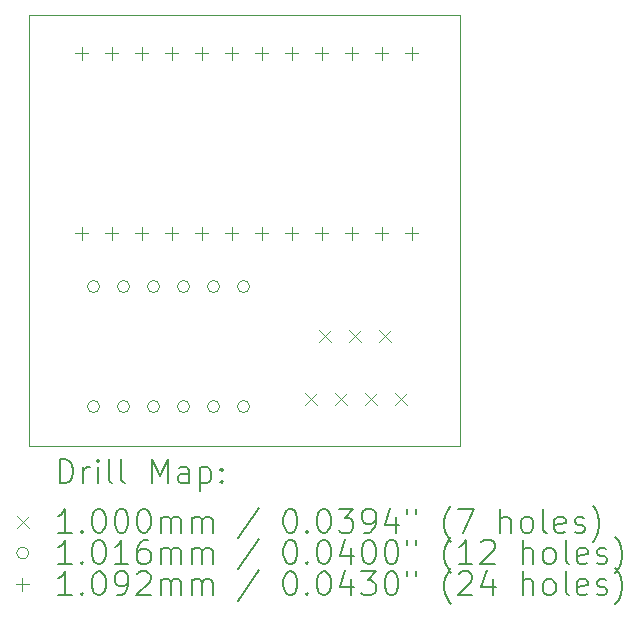
<source format=gbr>
%TF.GenerationSoftware,KiCad,Pcbnew,8.0.3*%
%TF.CreationDate,2024-07-08T22:13:50-05:00*%
%TF.ProjectId,3.3v Pro Micro,332e3376-2050-4726-9f20-4d6963726f2e,rev?*%
%TF.SameCoordinates,Original*%
%TF.FileFunction,Drillmap*%
%TF.FilePolarity,Positive*%
%FSLAX45Y45*%
G04 Gerber Fmt 4.5, Leading zero omitted, Abs format (unit mm)*
G04 Created by KiCad (PCBNEW 8.0.3) date 2024-07-08 22:13:50*
%MOMM*%
%LPD*%
G01*
G04 APERTURE LIST*
%ADD10C,0.050000*%
%ADD11C,0.200000*%
%ADD12C,0.100000*%
%ADD13C,0.101600*%
%ADD14C,0.109220*%
G04 APERTURE END LIST*
D10*
X12472000Y-7924000D02*
X16122000Y-7924000D01*
X16122000Y-11574000D01*
X12472000Y-11574000D01*
X12472000Y-7924000D01*
D11*
D12*
X14810000Y-11124000D02*
X14910000Y-11224000D01*
X14910000Y-11124000D02*
X14810000Y-11224000D01*
X14927300Y-10594750D02*
X15027300Y-10694750D01*
X15027300Y-10594750D02*
X14927300Y-10694750D01*
X15064000Y-11124000D02*
X15164000Y-11224000D01*
X15164000Y-11124000D02*
X15064000Y-11224000D01*
X15181300Y-10594750D02*
X15281300Y-10694750D01*
X15281300Y-10594750D02*
X15181300Y-10694750D01*
X15318000Y-11124000D02*
X15418000Y-11224000D01*
X15418000Y-11124000D02*
X15318000Y-11224000D01*
X15435300Y-10594750D02*
X15535300Y-10694750D01*
X15535300Y-10594750D02*
X15435300Y-10694750D01*
X15572000Y-11124000D02*
X15672000Y-11224000D01*
X15672000Y-11124000D02*
X15572000Y-11224000D01*
D13*
X13068800Y-10224000D02*
G75*
G02*
X12967200Y-10224000I-50800J0D01*
G01*
X12967200Y-10224000D02*
G75*
G02*
X13068800Y-10224000I50800J0D01*
G01*
X13068800Y-11240000D02*
G75*
G02*
X12967200Y-11240000I-50800J0D01*
G01*
X12967200Y-11240000D02*
G75*
G02*
X13068800Y-11240000I50800J0D01*
G01*
X13322800Y-10224000D02*
G75*
G02*
X13221200Y-10224000I-50800J0D01*
G01*
X13221200Y-10224000D02*
G75*
G02*
X13322800Y-10224000I50800J0D01*
G01*
X13322800Y-11240000D02*
G75*
G02*
X13221200Y-11240000I-50800J0D01*
G01*
X13221200Y-11240000D02*
G75*
G02*
X13322800Y-11240000I50800J0D01*
G01*
X13576800Y-10224000D02*
G75*
G02*
X13475200Y-10224000I-50800J0D01*
G01*
X13475200Y-10224000D02*
G75*
G02*
X13576800Y-10224000I50800J0D01*
G01*
X13576800Y-11240000D02*
G75*
G02*
X13475200Y-11240000I-50800J0D01*
G01*
X13475200Y-11240000D02*
G75*
G02*
X13576800Y-11240000I50800J0D01*
G01*
X13830800Y-10224000D02*
G75*
G02*
X13729200Y-10224000I-50800J0D01*
G01*
X13729200Y-10224000D02*
G75*
G02*
X13830800Y-10224000I50800J0D01*
G01*
X13830800Y-11240000D02*
G75*
G02*
X13729200Y-11240000I-50800J0D01*
G01*
X13729200Y-11240000D02*
G75*
G02*
X13830800Y-11240000I50800J0D01*
G01*
X14084800Y-10224000D02*
G75*
G02*
X13983200Y-10224000I-50800J0D01*
G01*
X13983200Y-10224000D02*
G75*
G02*
X14084800Y-10224000I50800J0D01*
G01*
X14084800Y-11240000D02*
G75*
G02*
X13983200Y-11240000I-50800J0D01*
G01*
X13983200Y-11240000D02*
G75*
G02*
X14084800Y-11240000I50800J0D01*
G01*
X14338800Y-10224000D02*
G75*
G02*
X14237200Y-10224000I-50800J0D01*
G01*
X14237200Y-10224000D02*
G75*
G02*
X14338800Y-10224000I50800J0D01*
G01*
X14338800Y-11240000D02*
G75*
G02*
X14237200Y-11240000I-50800J0D01*
G01*
X14237200Y-11240000D02*
G75*
G02*
X14338800Y-11240000I50800J0D01*
G01*
D14*
X12918000Y-8195390D02*
X12918000Y-8304610D01*
X12863390Y-8250000D02*
X12972610Y-8250000D01*
X12918000Y-9719390D02*
X12918000Y-9828610D01*
X12863390Y-9774000D02*
X12972610Y-9774000D01*
X13172000Y-8195390D02*
X13172000Y-8304610D01*
X13117390Y-8250000D02*
X13226610Y-8250000D01*
X13172000Y-9719390D02*
X13172000Y-9828610D01*
X13117390Y-9774000D02*
X13226610Y-9774000D01*
X13426000Y-8195390D02*
X13426000Y-8304610D01*
X13371390Y-8250000D02*
X13480610Y-8250000D01*
X13426000Y-9719390D02*
X13426000Y-9828610D01*
X13371390Y-9774000D02*
X13480610Y-9774000D01*
X13680000Y-8195390D02*
X13680000Y-8304610D01*
X13625390Y-8250000D02*
X13734610Y-8250000D01*
X13680000Y-9719390D02*
X13680000Y-9828610D01*
X13625390Y-9774000D02*
X13734610Y-9774000D01*
X13934000Y-8195390D02*
X13934000Y-8304610D01*
X13879390Y-8250000D02*
X13988610Y-8250000D01*
X13934000Y-9719390D02*
X13934000Y-9828610D01*
X13879390Y-9774000D02*
X13988610Y-9774000D01*
X14188000Y-8195390D02*
X14188000Y-8304610D01*
X14133390Y-8250000D02*
X14242610Y-8250000D01*
X14188000Y-9719390D02*
X14188000Y-9828610D01*
X14133390Y-9774000D02*
X14242610Y-9774000D01*
X14442000Y-8195390D02*
X14442000Y-8304610D01*
X14387390Y-8250000D02*
X14496610Y-8250000D01*
X14442000Y-9719390D02*
X14442000Y-9828610D01*
X14387390Y-9774000D02*
X14496610Y-9774000D01*
X14696000Y-8195390D02*
X14696000Y-8304610D01*
X14641390Y-8250000D02*
X14750610Y-8250000D01*
X14696000Y-9719390D02*
X14696000Y-9828610D01*
X14641390Y-9774000D02*
X14750610Y-9774000D01*
X14950000Y-8195390D02*
X14950000Y-8304610D01*
X14895390Y-8250000D02*
X15004610Y-8250000D01*
X14950000Y-9719390D02*
X14950000Y-9828610D01*
X14895390Y-9774000D02*
X15004610Y-9774000D01*
X15204000Y-8195390D02*
X15204000Y-8304610D01*
X15149390Y-8250000D02*
X15258610Y-8250000D01*
X15204000Y-9719390D02*
X15204000Y-9828610D01*
X15149390Y-9774000D02*
X15258610Y-9774000D01*
X15458000Y-8195390D02*
X15458000Y-8304610D01*
X15403390Y-8250000D02*
X15512610Y-8250000D01*
X15458000Y-9719390D02*
X15458000Y-9828610D01*
X15403390Y-9774000D02*
X15512610Y-9774000D01*
X15712000Y-8195390D02*
X15712000Y-8304610D01*
X15657390Y-8250000D02*
X15766610Y-8250000D01*
X15712000Y-9719390D02*
X15712000Y-9828610D01*
X15657390Y-9774000D02*
X15766610Y-9774000D01*
D11*
X12730277Y-11887984D02*
X12730277Y-11687984D01*
X12730277Y-11687984D02*
X12777896Y-11687984D01*
X12777896Y-11687984D02*
X12806467Y-11697508D01*
X12806467Y-11697508D02*
X12825515Y-11716555D01*
X12825515Y-11716555D02*
X12835039Y-11735603D01*
X12835039Y-11735603D02*
X12844562Y-11773698D01*
X12844562Y-11773698D02*
X12844562Y-11802269D01*
X12844562Y-11802269D02*
X12835039Y-11840365D01*
X12835039Y-11840365D02*
X12825515Y-11859412D01*
X12825515Y-11859412D02*
X12806467Y-11878460D01*
X12806467Y-11878460D02*
X12777896Y-11887984D01*
X12777896Y-11887984D02*
X12730277Y-11887984D01*
X12930277Y-11887984D02*
X12930277Y-11754650D01*
X12930277Y-11792746D02*
X12939801Y-11773698D01*
X12939801Y-11773698D02*
X12949324Y-11764174D01*
X12949324Y-11764174D02*
X12968372Y-11754650D01*
X12968372Y-11754650D02*
X12987420Y-11754650D01*
X13054086Y-11887984D02*
X13054086Y-11754650D01*
X13054086Y-11687984D02*
X13044562Y-11697508D01*
X13044562Y-11697508D02*
X13054086Y-11707031D01*
X13054086Y-11707031D02*
X13063610Y-11697508D01*
X13063610Y-11697508D02*
X13054086Y-11687984D01*
X13054086Y-11687984D02*
X13054086Y-11707031D01*
X13177896Y-11887984D02*
X13158848Y-11878460D01*
X13158848Y-11878460D02*
X13149324Y-11859412D01*
X13149324Y-11859412D02*
X13149324Y-11687984D01*
X13282658Y-11887984D02*
X13263610Y-11878460D01*
X13263610Y-11878460D02*
X13254086Y-11859412D01*
X13254086Y-11859412D02*
X13254086Y-11687984D01*
X13511229Y-11887984D02*
X13511229Y-11687984D01*
X13511229Y-11687984D02*
X13577896Y-11830841D01*
X13577896Y-11830841D02*
X13644562Y-11687984D01*
X13644562Y-11687984D02*
X13644562Y-11887984D01*
X13825515Y-11887984D02*
X13825515Y-11783222D01*
X13825515Y-11783222D02*
X13815991Y-11764174D01*
X13815991Y-11764174D02*
X13796943Y-11754650D01*
X13796943Y-11754650D02*
X13758848Y-11754650D01*
X13758848Y-11754650D02*
X13739801Y-11764174D01*
X13825515Y-11878460D02*
X13806467Y-11887984D01*
X13806467Y-11887984D02*
X13758848Y-11887984D01*
X13758848Y-11887984D02*
X13739801Y-11878460D01*
X13739801Y-11878460D02*
X13730277Y-11859412D01*
X13730277Y-11859412D02*
X13730277Y-11840365D01*
X13730277Y-11840365D02*
X13739801Y-11821317D01*
X13739801Y-11821317D02*
X13758848Y-11811793D01*
X13758848Y-11811793D02*
X13806467Y-11811793D01*
X13806467Y-11811793D02*
X13825515Y-11802269D01*
X13920753Y-11754650D02*
X13920753Y-11954650D01*
X13920753Y-11764174D02*
X13939801Y-11754650D01*
X13939801Y-11754650D02*
X13977896Y-11754650D01*
X13977896Y-11754650D02*
X13996943Y-11764174D01*
X13996943Y-11764174D02*
X14006467Y-11773698D01*
X14006467Y-11773698D02*
X14015991Y-11792746D01*
X14015991Y-11792746D02*
X14015991Y-11849888D01*
X14015991Y-11849888D02*
X14006467Y-11868936D01*
X14006467Y-11868936D02*
X13996943Y-11878460D01*
X13996943Y-11878460D02*
X13977896Y-11887984D01*
X13977896Y-11887984D02*
X13939801Y-11887984D01*
X13939801Y-11887984D02*
X13920753Y-11878460D01*
X14101705Y-11868936D02*
X14111229Y-11878460D01*
X14111229Y-11878460D02*
X14101705Y-11887984D01*
X14101705Y-11887984D02*
X14092182Y-11878460D01*
X14092182Y-11878460D02*
X14101705Y-11868936D01*
X14101705Y-11868936D02*
X14101705Y-11887984D01*
X14101705Y-11764174D02*
X14111229Y-11773698D01*
X14111229Y-11773698D02*
X14101705Y-11783222D01*
X14101705Y-11783222D02*
X14092182Y-11773698D01*
X14092182Y-11773698D02*
X14101705Y-11764174D01*
X14101705Y-11764174D02*
X14101705Y-11783222D01*
D12*
X12369500Y-12166500D02*
X12469500Y-12266500D01*
X12469500Y-12166500D02*
X12369500Y-12266500D01*
D11*
X12835039Y-12307984D02*
X12720753Y-12307984D01*
X12777896Y-12307984D02*
X12777896Y-12107984D01*
X12777896Y-12107984D02*
X12758848Y-12136555D01*
X12758848Y-12136555D02*
X12739801Y-12155603D01*
X12739801Y-12155603D02*
X12720753Y-12165127D01*
X12920753Y-12288936D02*
X12930277Y-12298460D01*
X12930277Y-12298460D02*
X12920753Y-12307984D01*
X12920753Y-12307984D02*
X12911229Y-12298460D01*
X12911229Y-12298460D02*
X12920753Y-12288936D01*
X12920753Y-12288936D02*
X12920753Y-12307984D01*
X13054086Y-12107984D02*
X13073134Y-12107984D01*
X13073134Y-12107984D02*
X13092182Y-12117508D01*
X13092182Y-12117508D02*
X13101705Y-12127031D01*
X13101705Y-12127031D02*
X13111229Y-12146079D01*
X13111229Y-12146079D02*
X13120753Y-12184174D01*
X13120753Y-12184174D02*
X13120753Y-12231793D01*
X13120753Y-12231793D02*
X13111229Y-12269888D01*
X13111229Y-12269888D02*
X13101705Y-12288936D01*
X13101705Y-12288936D02*
X13092182Y-12298460D01*
X13092182Y-12298460D02*
X13073134Y-12307984D01*
X13073134Y-12307984D02*
X13054086Y-12307984D01*
X13054086Y-12307984D02*
X13035039Y-12298460D01*
X13035039Y-12298460D02*
X13025515Y-12288936D01*
X13025515Y-12288936D02*
X13015991Y-12269888D01*
X13015991Y-12269888D02*
X13006467Y-12231793D01*
X13006467Y-12231793D02*
X13006467Y-12184174D01*
X13006467Y-12184174D02*
X13015991Y-12146079D01*
X13015991Y-12146079D02*
X13025515Y-12127031D01*
X13025515Y-12127031D02*
X13035039Y-12117508D01*
X13035039Y-12117508D02*
X13054086Y-12107984D01*
X13244562Y-12107984D02*
X13263610Y-12107984D01*
X13263610Y-12107984D02*
X13282658Y-12117508D01*
X13282658Y-12117508D02*
X13292182Y-12127031D01*
X13292182Y-12127031D02*
X13301705Y-12146079D01*
X13301705Y-12146079D02*
X13311229Y-12184174D01*
X13311229Y-12184174D02*
X13311229Y-12231793D01*
X13311229Y-12231793D02*
X13301705Y-12269888D01*
X13301705Y-12269888D02*
X13292182Y-12288936D01*
X13292182Y-12288936D02*
X13282658Y-12298460D01*
X13282658Y-12298460D02*
X13263610Y-12307984D01*
X13263610Y-12307984D02*
X13244562Y-12307984D01*
X13244562Y-12307984D02*
X13225515Y-12298460D01*
X13225515Y-12298460D02*
X13215991Y-12288936D01*
X13215991Y-12288936D02*
X13206467Y-12269888D01*
X13206467Y-12269888D02*
X13196943Y-12231793D01*
X13196943Y-12231793D02*
X13196943Y-12184174D01*
X13196943Y-12184174D02*
X13206467Y-12146079D01*
X13206467Y-12146079D02*
X13215991Y-12127031D01*
X13215991Y-12127031D02*
X13225515Y-12117508D01*
X13225515Y-12117508D02*
X13244562Y-12107984D01*
X13435039Y-12107984D02*
X13454086Y-12107984D01*
X13454086Y-12107984D02*
X13473134Y-12117508D01*
X13473134Y-12117508D02*
X13482658Y-12127031D01*
X13482658Y-12127031D02*
X13492182Y-12146079D01*
X13492182Y-12146079D02*
X13501705Y-12184174D01*
X13501705Y-12184174D02*
X13501705Y-12231793D01*
X13501705Y-12231793D02*
X13492182Y-12269888D01*
X13492182Y-12269888D02*
X13482658Y-12288936D01*
X13482658Y-12288936D02*
X13473134Y-12298460D01*
X13473134Y-12298460D02*
X13454086Y-12307984D01*
X13454086Y-12307984D02*
X13435039Y-12307984D01*
X13435039Y-12307984D02*
X13415991Y-12298460D01*
X13415991Y-12298460D02*
X13406467Y-12288936D01*
X13406467Y-12288936D02*
X13396943Y-12269888D01*
X13396943Y-12269888D02*
X13387420Y-12231793D01*
X13387420Y-12231793D02*
X13387420Y-12184174D01*
X13387420Y-12184174D02*
X13396943Y-12146079D01*
X13396943Y-12146079D02*
X13406467Y-12127031D01*
X13406467Y-12127031D02*
X13415991Y-12117508D01*
X13415991Y-12117508D02*
X13435039Y-12107984D01*
X13587420Y-12307984D02*
X13587420Y-12174650D01*
X13587420Y-12193698D02*
X13596943Y-12184174D01*
X13596943Y-12184174D02*
X13615991Y-12174650D01*
X13615991Y-12174650D02*
X13644563Y-12174650D01*
X13644563Y-12174650D02*
X13663610Y-12184174D01*
X13663610Y-12184174D02*
X13673134Y-12203222D01*
X13673134Y-12203222D02*
X13673134Y-12307984D01*
X13673134Y-12203222D02*
X13682658Y-12184174D01*
X13682658Y-12184174D02*
X13701705Y-12174650D01*
X13701705Y-12174650D02*
X13730277Y-12174650D01*
X13730277Y-12174650D02*
X13749324Y-12184174D01*
X13749324Y-12184174D02*
X13758848Y-12203222D01*
X13758848Y-12203222D02*
X13758848Y-12307984D01*
X13854086Y-12307984D02*
X13854086Y-12174650D01*
X13854086Y-12193698D02*
X13863610Y-12184174D01*
X13863610Y-12184174D02*
X13882658Y-12174650D01*
X13882658Y-12174650D02*
X13911229Y-12174650D01*
X13911229Y-12174650D02*
X13930277Y-12184174D01*
X13930277Y-12184174D02*
X13939801Y-12203222D01*
X13939801Y-12203222D02*
X13939801Y-12307984D01*
X13939801Y-12203222D02*
X13949324Y-12184174D01*
X13949324Y-12184174D02*
X13968372Y-12174650D01*
X13968372Y-12174650D02*
X13996943Y-12174650D01*
X13996943Y-12174650D02*
X14015991Y-12184174D01*
X14015991Y-12184174D02*
X14025515Y-12203222D01*
X14025515Y-12203222D02*
X14025515Y-12307984D01*
X14415991Y-12098460D02*
X14244563Y-12355603D01*
X14673134Y-12107984D02*
X14692182Y-12107984D01*
X14692182Y-12107984D02*
X14711229Y-12117508D01*
X14711229Y-12117508D02*
X14720753Y-12127031D01*
X14720753Y-12127031D02*
X14730277Y-12146079D01*
X14730277Y-12146079D02*
X14739801Y-12184174D01*
X14739801Y-12184174D02*
X14739801Y-12231793D01*
X14739801Y-12231793D02*
X14730277Y-12269888D01*
X14730277Y-12269888D02*
X14720753Y-12288936D01*
X14720753Y-12288936D02*
X14711229Y-12298460D01*
X14711229Y-12298460D02*
X14692182Y-12307984D01*
X14692182Y-12307984D02*
X14673134Y-12307984D01*
X14673134Y-12307984D02*
X14654086Y-12298460D01*
X14654086Y-12298460D02*
X14644563Y-12288936D01*
X14644563Y-12288936D02*
X14635039Y-12269888D01*
X14635039Y-12269888D02*
X14625515Y-12231793D01*
X14625515Y-12231793D02*
X14625515Y-12184174D01*
X14625515Y-12184174D02*
X14635039Y-12146079D01*
X14635039Y-12146079D02*
X14644563Y-12127031D01*
X14644563Y-12127031D02*
X14654086Y-12117508D01*
X14654086Y-12117508D02*
X14673134Y-12107984D01*
X14825515Y-12288936D02*
X14835039Y-12298460D01*
X14835039Y-12298460D02*
X14825515Y-12307984D01*
X14825515Y-12307984D02*
X14815991Y-12298460D01*
X14815991Y-12298460D02*
X14825515Y-12288936D01*
X14825515Y-12288936D02*
X14825515Y-12307984D01*
X14958848Y-12107984D02*
X14977896Y-12107984D01*
X14977896Y-12107984D02*
X14996944Y-12117508D01*
X14996944Y-12117508D02*
X15006467Y-12127031D01*
X15006467Y-12127031D02*
X15015991Y-12146079D01*
X15015991Y-12146079D02*
X15025515Y-12184174D01*
X15025515Y-12184174D02*
X15025515Y-12231793D01*
X15025515Y-12231793D02*
X15015991Y-12269888D01*
X15015991Y-12269888D02*
X15006467Y-12288936D01*
X15006467Y-12288936D02*
X14996944Y-12298460D01*
X14996944Y-12298460D02*
X14977896Y-12307984D01*
X14977896Y-12307984D02*
X14958848Y-12307984D01*
X14958848Y-12307984D02*
X14939801Y-12298460D01*
X14939801Y-12298460D02*
X14930277Y-12288936D01*
X14930277Y-12288936D02*
X14920753Y-12269888D01*
X14920753Y-12269888D02*
X14911229Y-12231793D01*
X14911229Y-12231793D02*
X14911229Y-12184174D01*
X14911229Y-12184174D02*
X14920753Y-12146079D01*
X14920753Y-12146079D02*
X14930277Y-12127031D01*
X14930277Y-12127031D02*
X14939801Y-12117508D01*
X14939801Y-12117508D02*
X14958848Y-12107984D01*
X15092182Y-12107984D02*
X15215991Y-12107984D01*
X15215991Y-12107984D02*
X15149325Y-12184174D01*
X15149325Y-12184174D02*
X15177896Y-12184174D01*
X15177896Y-12184174D02*
X15196944Y-12193698D01*
X15196944Y-12193698D02*
X15206467Y-12203222D01*
X15206467Y-12203222D02*
X15215991Y-12222269D01*
X15215991Y-12222269D02*
X15215991Y-12269888D01*
X15215991Y-12269888D02*
X15206467Y-12288936D01*
X15206467Y-12288936D02*
X15196944Y-12298460D01*
X15196944Y-12298460D02*
X15177896Y-12307984D01*
X15177896Y-12307984D02*
X15120753Y-12307984D01*
X15120753Y-12307984D02*
X15101706Y-12298460D01*
X15101706Y-12298460D02*
X15092182Y-12288936D01*
X15311229Y-12307984D02*
X15349325Y-12307984D01*
X15349325Y-12307984D02*
X15368372Y-12298460D01*
X15368372Y-12298460D02*
X15377896Y-12288936D01*
X15377896Y-12288936D02*
X15396944Y-12260365D01*
X15396944Y-12260365D02*
X15406467Y-12222269D01*
X15406467Y-12222269D02*
X15406467Y-12146079D01*
X15406467Y-12146079D02*
X15396944Y-12127031D01*
X15396944Y-12127031D02*
X15387420Y-12117508D01*
X15387420Y-12117508D02*
X15368372Y-12107984D01*
X15368372Y-12107984D02*
X15330277Y-12107984D01*
X15330277Y-12107984D02*
X15311229Y-12117508D01*
X15311229Y-12117508D02*
X15301706Y-12127031D01*
X15301706Y-12127031D02*
X15292182Y-12146079D01*
X15292182Y-12146079D02*
X15292182Y-12193698D01*
X15292182Y-12193698D02*
X15301706Y-12212746D01*
X15301706Y-12212746D02*
X15311229Y-12222269D01*
X15311229Y-12222269D02*
X15330277Y-12231793D01*
X15330277Y-12231793D02*
X15368372Y-12231793D01*
X15368372Y-12231793D02*
X15387420Y-12222269D01*
X15387420Y-12222269D02*
X15396944Y-12212746D01*
X15396944Y-12212746D02*
X15406467Y-12193698D01*
X15577896Y-12174650D02*
X15577896Y-12307984D01*
X15530277Y-12098460D02*
X15482658Y-12241317D01*
X15482658Y-12241317D02*
X15606467Y-12241317D01*
X15673134Y-12107984D02*
X15673134Y-12146079D01*
X15749325Y-12107984D02*
X15749325Y-12146079D01*
X16044563Y-12384174D02*
X16035039Y-12374650D01*
X16035039Y-12374650D02*
X16015991Y-12346079D01*
X16015991Y-12346079D02*
X16006468Y-12327031D01*
X16006468Y-12327031D02*
X15996944Y-12298460D01*
X15996944Y-12298460D02*
X15987420Y-12250841D01*
X15987420Y-12250841D02*
X15987420Y-12212746D01*
X15987420Y-12212746D02*
X15996944Y-12165127D01*
X15996944Y-12165127D02*
X16006468Y-12136555D01*
X16006468Y-12136555D02*
X16015991Y-12117508D01*
X16015991Y-12117508D02*
X16035039Y-12088936D01*
X16035039Y-12088936D02*
X16044563Y-12079412D01*
X16101706Y-12107984D02*
X16235039Y-12107984D01*
X16235039Y-12107984D02*
X16149325Y-12307984D01*
X16463610Y-12307984D02*
X16463610Y-12107984D01*
X16549325Y-12307984D02*
X16549325Y-12203222D01*
X16549325Y-12203222D02*
X16539801Y-12184174D01*
X16539801Y-12184174D02*
X16520753Y-12174650D01*
X16520753Y-12174650D02*
X16492182Y-12174650D01*
X16492182Y-12174650D02*
X16473134Y-12184174D01*
X16473134Y-12184174D02*
X16463610Y-12193698D01*
X16673134Y-12307984D02*
X16654087Y-12298460D01*
X16654087Y-12298460D02*
X16644563Y-12288936D01*
X16644563Y-12288936D02*
X16635039Y-12269888D01*
X16635039Y-12269888D02*
X16635039Y-12212746D01*
X16635039Y-12212746D02*
X16644563Y-12193698D01*
X16644563Y-12193698D02*
X16654087Y-12184174D01*
X16654087Y-12184174D02*
X16673134Y-12174650D01*
X16673134Y-12174650D02*
X16701706Y-12174650D01*
X16701706Y-12174650D02*
X16720753Y-12184174D01*
X16720753Y-12184174D02*
X16730277Y-12193698D01*
X16730277Y-12193698D02*
X16739801Y-12212746D01*
X16739801Y-12212746D02*
X16739801Y-12269888D01*
X16739801Y-12269888D02*
X16730277Y-12288936D01*
X16730277Y-12288936D02*
X16720753Y-12298460D01*
X16720753Y-12298460D02*
X16701706Y-12307984D01*
X16701706Y-12307984D02*
X16673134Y-12307984D01*
X16854087Y-12307984D02*
X16835039Y-12298460D01*
X16835039Y-12298460D02*
X16825515Y-12279412D01*
X16825515Y-12279412D02*
X16825515Y-12107984D01*
X17006468Y-12298460D02*
X16987420Y-12307984D01*
X16987420Y-12307984D02*
X16949325Y-12307984D01*
X16949325Y-12307984D02*
X16930277Y-12298460D01*
X16930277Y-12298460D02*
X16920753Y-12279412D01*
X16920753Y-12279412D02*
X16920753Y-12203222D01*
X16920753Y-12203222D02*
X16930277Y-12184174D01*
X16930277Y-12184174D02*
X16949325Y-12174650D01*
X16949325Y-12174650D02*
X16987420Y-12174650D01*
X16987420Y-12174650D02*
X17006468Y-12184174D01*
X17006468Y-12184174D02*
X17015992Y-12203222D01*
X17015992Y-12203222D02*
X17015992Y-12222269D01*
X17015992Y-12222269D02*
X16920753Y-12241317D01*
X17092182Y-12298460D02*
X17111230Y-12307984D01*
X17111230Y-12307984D02*
X17149325Y-12307984D01*
X17149325Y-12307984D02*
X17168373Y-12298460D01*
X17168373Y-12298460D02*
X17177896Y-12279412D01*
X17177896Y-12279412D02*
X17177896Y-12269888D01*
X17177896Y-12269888D02*
X17168373Y-12250841D01*
X17168373Y-12250841D02*
X17149325Y-12241317D01*
X17149325Y-12241317D02*
X17120753Y-12241317D01*
X17120753Y-12241317D02*
X17101706Y-12231793D01*
X17101706Y-12231793D02*
X17092182Y-12212746D01*
X17092182Y-12212746D02*
X17092182Y-12203222D01*
X17092182Y-12203222D02*
X17101706Y-12184174D01*
X17101706Y-12184174D02*
X17120753Y-12174650D01*
X17120753Y-12174650D02*
X17149325Y-12174650D01*
X17149325Y-12174650D02*
X17168373Y-12184174D01*
X17244563Y-12384174D02*
X17254087Y-12374650D01*
X17254087Y-12374650D02*
X17273134Y-12346079D01*
X17273134Y-12346079D02*
X17282658Y-12327031D01*
X17282658Y-12327031D02*
X17292182Y-12298460D01*
X17292182Y-12298460D02*
X17301706Y-12250841D01*
X17301706Y-12250841D02*
X17301706Y-12212746D01*
X17301706Y-12212746D02*
X17292182Y-12165127D01*
X17292182Y-12165127D02*
X17282658Y-12136555D01*
X17282658Y-12136555D02*
X17273134Y-12117508D01*
X17273134Y-12117508D02*
X17254087Y-12088936D01*
X17254087Y-12088936D02*
X17244563Y-12079412D01*
D13*
X12469500Y-12480500D02*
G75*
G02*
X12367900Y-12480500I-50800J0D01*
G01*
X12367900Y-12480500D02*
G75*
G02*
X12469500Y-12480500I50800J0D01*
G01*
D11*
X12835039Y-12571984D02*
X12720753Y-12571984D01*
X12777896Y-12571984D02*
X12777896Y-12371984D01*
X12777896Y-12371984D02*
X12758848Y-12400555D01*
X12758848Y-12400555D02*
X12739801Y-12419603D01*
X12739801Y-12419603D02*
X12720753Y-12429127D01*
X12920753Y-12552936D02*
X12930277Y-12562460D01*
X12930277Y-12562460D02*
X12920753Y-12571984D01*
X12920753Y-12571984D02*
X12911229Y-12562460D01*
X12911229Y-12562460D02*
X12920753Y-12552936D01*
X12920753Y-12552936D02*
X12920753Y-12571984D01*
X13054086Y-12371984D02*
X13073134Y-12371984D01*
X13073134Y-12371984D02*
X13092182Y-12381508D01*
X13092182Y-12381508D02*
X13101705Y-12391031D01*
X13101705Y-12391031D02*
X13111229Y-12410079D01*
X13111229Y-12410079D02*
X13120753Y-12448174D01*
X13120753Y-12448174D02*
X13120753Y-12495793D01*
X13120753Y-12495793D02*
X13111229Y-12533888D01*
X13111229Y-12533888D02*
X13101705Y-12552936D01*
X13101705Y-12552936D02*
X13092182Y-12562460D01*
X13092182Y-12562460D02*
X13073134Y-12571984D01*
X13073134Y-12571984D02*
X13054086Y-12571984D01*
X13054086Y-12571984D02*
X13035039Y-12562460D01*
X13035039Y-12562460D02*
X13025515Y-12552936D01*
X13025515Y-12552936D02*
X13015991Y-12533888D01*
X13015991Y-12533888D02*
X13006467Y-12495793D01*
X13006467Y-12495793D02*
X13006467Y-12448174D01*
X13006467Y-12448174D02*
X13015991Y-12410079D01*
X13015991Y-12410079D02*
X13025515Y-12391031D01*
X13025515Y-12391031D02*
X13035039Y-12381508D01*
X13035039Y-12381508D02*
X13054086Y-12371984D01*
X13311229Y-12571984D02*
X13196943Y-12571984D01*
X13254086Y-12571984D02*
X13254086Y-12371984D01*
X13254086Y-12371984D02*
X13235039Y-12400555D01*
X13235039Y-12400555D02*
X13215991Y-12419603D01*
X13215991Y-12419603D02*
X13196943Y-12429127D01*
X13482658Y-12371984D02*
X13444562Y-12371984D01*
X13444562Y-12371984D02*
X13425515Y-12381508D01*
X13425515Y-12381508D02*
X13415991Y-12391031D01*
X13415991Y-12391031D02*
X13396943Y-12419603D01*
X13396943Y-12419603D02*
X13387420Y-12457698D01*
X13387420Y-12457698D02*
X13387420Y-12533888D01*
X13387420Y-12533888D02*
X13396943Y-12552936D01*
X13396943Y-12552936D02*
X13406467Y-12562460D01*
X13406467Y-12562460D02*
X13425515Y-12571984D01*
X13425515Y-12571984D02*
X13463610Y-12571984D01*
X13463610Y-12571984D02*
X13482658Y-12562460D01*
X13482658Y-12562460D02*
X13492182Y-12552936D01*
X13492182Y-12552936D02*
X13501705Y-12533888D01*
X13501705Y-12533888D02*
X13501705Y-12486269D01*
X13501705Y-12486269D02*
X13492182Y-12467222D01*
X13492182Y-12467222D02*
X13482658Y-12457698D01*
X13482658Y-12457698D02*
X13463610Y-12448174D01*
X13463610Y-12448174D02*
X13425515Y-12448174D01*
X13425515Y-12448174D02*
X13406467Y-12457698D01*
X13406467Y-12457698D02*
X13396943Y-12467222D01*
X13396943Y-12467222D02*
X13387420Y-12486269D01*
X13587420Y-12571984D02*
X13587420Y-12438650D01*
X13587420Y-12457698D02*
X13596943Y-12448174D01*
X13596943Y-12448174D02*
X13615991Y-12438650D01*
X13615991Y-12438650D02*
X13644563Y-12438650D01*
X13644563Y-12438650D02*
X13663610Y-12448174D01*
X13663610Y-12448174D02*
X13673134Y-12467222D01*
X13673134Y-12467222D02*
X13673134Y-12571984D01*
X13673134Y-12467222D02*
X13682658Y-12448174D01*
X13682658Y-12448174D02*
X13701705Y-12438650D01*
X13701705Y-12438650D02*
X13730277Y-12438650D01*
X13730277Y-12438650D02*
X13749324Y-12448174D01*
X13749324Y-12448174D02*
X13758848Y-12467222D01*
X13758848Y-12467222D02*
X13758848Y-12571984D01*
X13854086Y-12571984D02*
X13854086Y-12438650D01*
X13854086Y-12457698D02*
X13863610Y-12448174D01*
X13863610Y-12448174D02*
X13882658Y-12438650D01*
X13882658Y-12438650D02*
X13911229Y-12438650D01*
X13911229Y-12438650D02*
X13930277Y-12448174D01*
X13930277Y-12448174D02*
X13939801Y-12467222D01*
X13939801Y-12467222D02*
X13939801Y-12571984D01*
X13939801Y-12467222D02*
X13949324Y-12448174D01*
X13949324Y-12448174D02*
X13968372Y-12438650D01*
X13968372Y-12438650D02*
X13996943Y-12438650D01*
X13996943Y-12438650D02*
X14015991Y-12448174D01*
X14015991Y-12448174D02*
X14025515Y-12467222D01*
X14025515Y-12467222D02*
X14025515Y-12571984D01*
X14415991Y-12362460D02*
X14244563Y-12619603D01*
X14673134Y-12371984D02*
X14692182Y-12371984D01*
X14692182Y-12371984D02*
X14711229Y-12381508D01*
X14711229Y-12381508D02*
X14720753Y-12391031D01*
X14720753Y-12391031D02*
X14730277Y-12410079D01*
X14730277Y-12410079D02*
X14739801Y-12448174D01*
X14739801Y-12448174D02*
X14739801Y-12495793D01*
X14739801Y-12495793D02*
X14730277Y-12533888D01*
X14730277Y-12533888D02*
X14720753Y-12552936D01*
X14720753Y-12552936D02*
X14711229Y-12562460D01*
X14711229Y-12562460D02*
X14692182Y-12571984D01*
X14692182Y-12571984D02*
X14673134Y-12571984D01*
X14673134Y-12571984D02*
X14654086Y-12562460D01*
X14654086Y-12562460D02*
X14644563Y-12552936D01*
X14644563Y-12552936D02*
X14635039Y-12533888D01*
X14635039Y-12533888D02*
X14625515Y-12495793D01*
X14625515Y-12495793D02*
X14625515Y-12448174D01*
X14625515Y-12448174D02*
X14635039Y-12410079D01*
X14635039Y-12410079D02*
X14644563Y-12391031D01*
X14644563Y-12391031D02*
X14654086Y-12381508D01*
X14654086Y-12381508D02*
X14673134Y-12371984D01*
X14825515Y-12552936D02*
X14835039Y-12562460D01*
X14835039Y-12562460D02*
X14825515Y-12571984D01*
X14825515Y-12571984D02*
X14815991Y-12562460D01*
X14815991Y-12562460D02*
X14825515Y-12552936D01*
X14825515Y-12552936D02*
X14825515Y-12571984D01*
X14958848Y-12371984D02*
X14977896Y-12371984D01*
X14977896Y-12371984D02*
X14996944Y-12381508D01*
X14996944Y-12381508D02*
X15006467Y-12391031D01*
X15006467Y-12391031D02*
X15015991Y-12410079D01*
X15015991Y-12410079D02*
X15025515Y-12448174D01*
X15025515Y-12448174D02*
X15025515Y-12495793D01*
X15025515Y-12495793D02*
X15015991Y-12533888D01*
X15015991Y-12533888D02*
X15006467Y-12552936D01*
X15006467Y-12552936D02*
X14996944Y-12562460D01*
X14996944Y-12562460D02*
X14977896Y-12571984D01*
X14977896Y-12571984D02*
X14958848Y-12571984D01*
X14958848Y-12571984D02*
X14939801Y-12562460D01*
X14939801Y-12562460D02*
X14930277Y-12552936D01*
X14930277Y-12552936D02*
X14920753Y-12533888D01*
X14920753Y-12533888D02*
X14911229Y-12495793D01*
X14911229Y-12495793D02*
X14911229Y-12448174D01*
X14911229Y-12448174D02*
X14920753Y-12410079D01*
X14920753Y-12410079D02*
X14930277Y-12391031D01*
X14930277Y-12391031D02*
X14939801Y-12381508D01*
X14939801Y-12381508D02*
X14958848Y-12371984D01*
X15196944Y-12438650D02*
X15196944Y-12571984D01*
X15149325Y-12362460D02*
X15101706Y-12505317D01*
X15101706Y-12505317D02*
X15225515Y-12505317D01*
X15339801Y-12371984D02*
X15358848Y-12371984D01*
X15358848Y-12371984D02*
X15377896Y-12381508D01*
X15377896Y-12381508D02*
X15387420Y-12391031D01*
X15387420Y-12391031D02*
X15396944Y-12410079D01*
X15396944Y-12410079D02*
X15406467Y-12448174D01*
X15406467Y-12448174D02*
X15406467Y-12495793D01*
X15406467Y-12495793D02*
X15396944Y-12533888D01*
X15396944Y-12533888D02*
X15387420Y-12552936D01*
X15387420Y-12552936D02*
X15377896Y-12562460D01*
X15377896Y-12562460D02*
X15358848Y-12571984D01*
X15358848Y-12571984D02*
X15339801Y-12571984D01*
X15339801Y-12571984D02*
X15320753Y-12562460D01*
X15320753Y-12562460D02*
X15311229Y-12552936D01*
X15311229Y-12552936D02*
X15301706Y-12533888D01*
X15301706Y-12533888D02*
X15292182Y-12495793D01*
X15292182Y-12495793D02*
X15292182Y-12448174D01*
X15292182Y-12448174D02*
X15301706Y-12410079D01*
X15301706Y-12410079D02*
X15311229Y-12391031D01*
X15311229Y-12391031D02*
X15320753Y-12381508D01*
X15320753Y-12381508D02*
X15339801Y-12371984D01*
X15530277Y-12371984D02*
X15549325Y-12371984D01*
X15549325Y-12371984D02*
X15568372Y-12381508D01*
X15568372Y-12381508D02*
X15577896Y-12391031D01*
X15577896Y-12391031D02*
X15587420Y-12410079D01*
X15587420Y-12410079D02*
X15596944Y-12448174D01*
X15596944Y-12448174D02*
X15596944Y-12495793D01*
X15596944Y-12495793D02*
X15587420Y-12533888D01*
X15587420Y-12533888D02*
X15577896Y-12552936D01*
X15577896Y-12552936D02*
X15568372Y-12562460D01*
X15568372Y-12562460D02*
X15549325Y-12571984D01*
X15549325Y-12571984D02*
X15530277Y-12571984D01*
X15530277Y-12571984D02*
X15511229Y-12562460D01*
X15511229Y-12562460D02*
X15501706Y-12552936D01*
X15501706Y-12552936D02*
X15492182Y-12533888D01*
X15492182Y-12533888D02*
X15482658Y-12495793D01*
X15482658Y-12495793D02*
X15482658Y-12448174D01*
X15482658Y-12448174D02*
X15492182Y-12410079D01*
X15492182Y-12410079D02*
X15501706Y-12391031D01*
X15501706Y-12391031D02*
X15511229Y-12381508D01*
X15511229Y-12381508D02*
X15530277Y-12371984D01*
X15673134Y-12371984D02*
X15673134Y-12410079D01*
X15749325Y-12371984D02*
X15749325Y-12410079D01*
X16044563Y-12648174D02*
X16035039Y-12638650D01*
X16035039Y-12638650D02*
X16015991Y-12610079D01*
X16015991Y-12610079D02*
X16006468Y-12591031D01*
X16006468Y-12591031D02*
X15996944Y-12562460D01*
X15996944Y-12562460D02*
X15987420Y-12514841D01*
X15987420Y-12514841D02*
X15987420Y-12476746D01*
X15987420Y-12476746D02*
X15996944Y-12429127D01*
X15996944Y-12429127D02*
X16006468Y-12400555D01*
X16006468Y-12400555D02*
X16015991Y-12381508D01*
X16015991Y-12381508D02*
X16035039Y-12352936D01*
X16035039Y-12352936D02*
X16044563Y-12343412D01*
X16225515Y-12571984D02*
X16111229Y-12571984D01*
X16168372Y-12571984D02*
X16168372Y-12371984D01*
X16168372Y-12371984D02*
X16149325Y-12400555D01*
X16149325Y-12400555D02*
X16130277Y-12419603D01*
X16130277Y-12419603D02*
X16111229Y-12429127D01*
X16301706Y-12391031D02*
X16311229Y-12381508D01*
X16311229Y-12381508D02*
X16330277Y-12371984D01*
X16330277Y-12371984D02*
X16377896Y-12371984D01*
X16377896Y-12371984D02*
X16396944Y-12381508D01*
X16396944Y-12381508D02*
X16406468Y-12391031D01*
X16406468Y-12391031D02*
X16415991Y-12410079D01*
X16415991Y-12410079D02*
X16415991Y-12429127D01*
X16415991Y-12429127D02*
X16406468Y-12457698D01*
X16406468Y-12457698D02*
X16292182Y-12571984D01*
X16292182Y-12571984D02*
X16415991Y-12571984D01*
X16654087Y-12571984D02*
X16654087Y-12371984D01*
X16739801Y-12571984D02*
X16739801Y-12467222D01*
X16739801Y-12467222D02*
X16730277Y-12448174D01*
X16730277Y-12448174D02*
X16711230Y-12438650D01*
X16711230Y-12438650D02*
X16682658Y-12438650D01*
X16682658Y-12438650D02*
X16663610Y-12448174D01*
X16663610Y-12448174D02*
X16654087Y-12457698D01*
X16863611Y-12571984D02*
X16844563Y-12562460D01*
X16844563Y-12562460D02*
X16835039Y-12552936D01*
X16835039Y-12552936D02*
X16825515Y-12533888D01*
X16825515Y-12533888D02*
X16825515Y-12476746D01*
X16825515Y-12476746D02*
X16835039Y-12457698D01*
X16835039Y-12457698D02*
X16844563Y-12448174D01*
X16844563Y-12448174D02*
X16863611Y-12438650D01*
X16863611Y-12438650D02*
X16892182Y-12438650D01*
X16892182Y-12438650D02*
X16911230Y-12448174D01*
X16911230Y-12448174D02*
X16920753Y-12457698D01*
X16920753Y-12457698D02*
X16930277Y-12476746D01*
X16930277Y-12476746D02*
X16930277Y-12533888D01*
X16930277Y-12533888D02*
X16920753Y-12552936D01*
X16920753Y-12552936D02*
X16911230Y-12562460D01*
X16911230Y-12562460D02*
X16892182Y-12571984D01*
X16892182Y-12571984D02*
X16863611Y-12571984D01*
X17044563Y-12571984D02*
X17025515Y-12562460D01*
X17025515Y-12562460D02*
X17015992Y-12543412D01*
X17015992Y-12543412D02*
X17015992Y-12371984D01*
X17196944Y-12562460D02*
X17177896Y-12571984D01*
X17177896Y-12571984D02*
X17139801Y-12571984D01*
X17139801Y-12571984D02*
X17120753Y-12562460D01*
X17120753Y-12562460D02*
X17111230Y-12543412D01*
X17111230Y-12543412D02*
X17111230Y-12467222D01*
X17111230Y-12467222D02*
X17120753Y-12448174D01*
X17120753Y-12448174D02*
X17139801Y-12438650D01*
X17139801Y-12438650D02*
X17177896Y-12438650D01*
X17177896Y-12438650D02*
X17196944Y-12448174D01*
X17196944Y-12448174D02*
X17206468Y-12467222D01*
X17206468Y-12467222D02*
X17206468Y-12486269D01*
X17206468Y-12486269D02*
X17111230Y-12505317D01*
X17282658Y-12562460D02*
X17301706Y-12571984D01*
X17301706Y-12571984D02*
X17339801Y-12571984D01*
X17339801Y-12571984D02*
X17358849Y-12562460D01*
X17358849Y-12562460D02*
X17368373Y-12543412D01*
X17368373Y-12543412D02*
X17368373Y-12533888D01*
X17368373Y-12533888D02*
X17358849Y-12514841D01*
X17358849Y-12514841D02*
X17339801Y-12505317D01*
X17339801Y-12505317D02*
X17311230Y-12505317D01*
X17311230Y-12505317D02*
X17292182Y-12495793D01*
X17292182Y-12495793D02*
X17282658Y-12476746D01*
X17282658Y-12476746D02*
X17282658Y-12467222D01*
X17282658Y-12467222D02*
X17292182Y-12448174D01*
X17292182Y-12448174D02*
X17311230Y-12438650D01*
X17311230Y-12438650D02*
X17339801Y-12438650D01*
X17339801Y-12438650D02*
X17358849Y-12448174D01*
X17435039Y-12648174D02*
X17444563Y-12638650D01*
X17444563Y-12638650D02*
X17463611Y-12610079D01*
X17463611Y-12610079D02*
X17473134Y-12591031D01*
X17473134Y-12591031D02*
X17482658Y-12562460D01*
X17482658Y-12562460D02*
X17492182Y-12514841D01*
X17492182Y-12514841D02*
X17492182Y-12476746D01*
X17492182Y-12476746D02*
X17482658Y-12429127D01*
X17482658Y-12429127D02*
X17473134Y-12400555D01*
X17473134Y-12400555D02*
X17463611Y-12381508D01*
X17463611Y-12381508D02*
X17444563Y-12352936D01*
X17444563Y-12352936D02*
X17435039Y-12343412D01*
D14*
X12414890Y-12689890D02*
X12414890Y-12799110D01*
X12360280Y-12744500D02*
X12469500Y-12744500D01*
D11*
X12835039Y-12835984D02*
X12720753Y-12835984D01*
X12777896Y-12835984D02*
X12777896Y-12635984D01*
X12777896Y-12635984D02*
X12758848Y-12664555D01*
X12758848Y-12664555D02*
X12739801Y-12683603D01*
X12739801Y-12683603D02*
X12720753Y-12693127D01*
X12920753Y-12816936D02*
X12930277Y-12826460D01*
X12930277Y-12826460D02*
X12920753Y-12835984D01*
X12920753Y-12835984D02*
X12911229Y-12826460D01*
X12911229Y-12826460D02*
X12920753Y-12816936D01*
X12920753Y-12816936D02*
X12920753Y-12835984D01*
X13054086Y-12635984D02*
X13073134Y-12635984D01*
X13073134Y-12635984D02*
X13092182Y-12645508D01*
X13092182Y-12645508D02*
X13101705Y-12655031D01*
X13101705Y-12655031D02*
X13111229Y-12674079D01*
X13111229Y-12674079D02*
X13120753Y-12712174D01*
X13120753Y-12712174D02*
X13120753Y-12759793D01*
X13120753Y-12759793D02*
X13111229Y-12797888D01*
X13111229Y-12797888D02*
X13101705Y-12816936D01*
X13101705Y-12816936D02*
X13092182Y-12826460D01*
X13092182Y-12826460D02*
X13073134Y-12835984D01*
X13073134Y-12835984D02*
X13054086Y-12835984D01*
X13054086Y-12835984D02*
X13035039Y-12826460D01*
X13035039Y-12826460D02*
X13025515Y-12816936D01*
X13025515Y-12816936D02*
X13015991Y-12797888D01*
X13015991Y-12797888D02*
X13006467Y-12759793D01*
X13006467Y-12759793D02*
X13006467Y-12712174D01*
X13006467Y-12712174D02*
X13015991Y-12674079D01*
X13015991Y-12674079D02*
X13025515Y-12655031D01*
X13025515Y-12655031D02*
X13035039Y-12645508D01*
X13035039Y-12645508D02*
X13054086Y-12635984D01*
X13215991Y-12835984D02*
X13254086Y-12835984D01*
X13254086Y-12835984D02*
X13273134Y-12826460D01*
X13273134Y-12826460D02*
X13282658Y-12816936D01*
X13282658Y-12816936D02*
X13301705Y-12788365D01*
X13301705Y-12788365D02*
X13311229Y-12750269D01*
X13311229Y-12750269D02*
X13311229Y-12674079D01*
X13311229Y-12674079D02*
X13301705Y-12655031D01*
X13301705Y-12655031D02*
X13292182Y-12645508D01*
X13292182Y-12645508D02*
X13273134Y-12635984D01*
X13273134Y-12635984D02*
X13235039Y-12635984D01*
X13235039Y-12635984D02*
X13215991Y-12645508D01*
X13215991Y-12645508D02*
X13206467Y-12655031D01*
X13206467Y-12655031D02*
X13196943Y-12674079D01*
X13196943Y-12674079D02*
X13196943Y-12721698D01*
X13196943Y-12721698D02*
X13206467Y-12740746D01*
X13206467Y-12740746D02*
X13215991Y-12750269D01*
X13215991Y-12750269D02*
X13235039Y-12759793D01*
X13235039Y-12759793D02*
X13273134Y-12759793D01*
X13273134Y-12759793D02*
X13292182Y-12750269D01*
X13292182Y-12750269D02*
X13301705Y-12740746D01*
X13301705Y-12740746D02*
X13311229Y-12721698D01*
X13387420Y-12655031D02*
X13396943Y-12645508D01*
X13396943Y-12645508D02*
X13415991Y-12635984D01*
X13415991Y-12635984D02*
X13463610Y-12635984D01*
X13463610Y-12635984D02*
X13482658Y-12645508D01*
X13482658Y-12645508D02*
X13492182Y-12655031D01*
X13492182Y-12655031D02*
X13501705Y-12674079D01*
X13501705Y-12674079D02*
X13501705Y-12693127D01*
X13501705Y-12693127D02*
X13492182Y-12721698D01*
X13492182Y-12721698D02*
X13377896Y-12835984D01*
X13377896Y-12835984D02*
X13501705Y-12835984D01*
X13587420Y-12835984D02*
X13587420Y-12702650D01*
X13587420Y-12721698D02*
X13596943Y-12712174D01*
X13596943Y-12712174D02*
X13615991Y-12702650D01*
X13615991Y-12702650D02*
X13644563Y-12702650D01*
X13644563Y-12702650D02*
X13663610Y-12712174D01*
X13663610Y-12712174D02*
X13673134Y-12731222D01*
X13673134Y-12731222D02*
X13673134Y-12835984D01*
X13673134Y-12731222D02*
X13682658Y-12712174D01*
X13682658Y-12712174D02*
X13701705Y-12702650D01*
X13701705Y-12702650D02*
X13730277Y-12702650D01*
X13730277Y-12702650D02*
X13749324Y-12712174D01*
X13749324Y-12712174D02*
X13758848Y-12731222D01*
X13758848Y-12731222D02*
X13758848Y-12835984D01*
X13854086Y-12835984D02*
X13854086Y-12702650D01*
X13854086Y-12721698D02*
X13863610Y-12712174D01*
X13863610Y-12712174D02*
X13882658Y-12702650D01*
X13882658Y-12702650D02*
X13911229Y-12702650D01*
X13911229Y-12702650D02*
X13930277Y-12712174D01*
X13930277Y-12712174D02*
X13939801Y-12731222D01*
X13939801Y-12731222D02*
X13939801Y-12835984D01*
X13939801Y-12731222D02*
X13949324Y-12712174D01*
X13949324Y-12712174D02*
X13968372Y-12702650D01*
X13968372Y-12702650D02*
X13996943Y-12702650D01*
X13996943Y-12702650D02*
X14015991Y-12712174D01*
X14015991Y-12712174D02*
X14025515Y-12731222D01*
X14025515Y-12731222D02*
X14025515Y-12835984D01*
X14415991Y-12626460D02*
X14244563Y-12883603D01*
X14673134Y-12635984D02*
X14692182Y-12635984D01*
X14692182Y-12635984D02*
X14711229Y-12645508D01*
X14711229Y-12645508D02*
X14720753Y-12655031D01*
X14720753Y-12655031D02*
X14730277Y-12674079D01*
X14730277Y-12674079D02*
X14739801Y-12712174D01*
X14739801Y-12712174D02*
X14739801Y-12759793D01*
X14739801Y-12759793D02*
X14730277Y-12797888D01*
X14730277Y-12797888D02*
X14720753Y-12816936D01*
X14720753Y-12816936D02*
X14711229Y-12826460D01*
X14711229Y-12826460D02*
X14692182Y-12835984D01*
X14692182Y-12835984D02*
X14673134Y-12835984D01*
X14673134Y-12835984D02*
X14654086Y-12826460D01*
X14654086Y-12826460D02*
X14644563Y-12816936D01*
X14644563Y-12816936D02*
X14635039Y-12797888D01*
X14635039Y-12797888D02*
X14625515Y-12759793D01*
X14625515Y-12759793D02*
X14625515Y-12712174D01*
X14625515Y-12712174D02*
X14635039Y-12674079D01*
X14635039Y-12674079D02*
X14644563Y-12655031D01*
X14644563Y-12655031D02*
X14654086Y-12645508D01*
X14654086Y-12645508D02*
X14673134Y-12635984D01*
X14825515Y-12816936D02*
X14835039Y-12826460D01*
X14835039Y-12826460D02*
X14825515Y-12835984D01*
X14825515Y-12835984D02*
X14815991Y-12826460D01*
X14815991Y-12826460D02*
X14825515Y-12816936D01*
X14825515Y-12816936D02*
X14825515Y-12835984D01*
X14958848Y-12635984D02*
X14977896Y-12635984D01*
X14977896Y-12635984D02*
X14996944Y-12645508D01*
X14996944Y-12645508D02*
X15006467Y-12655031D01*
X15006467Y-12655031D02*
X15015991Y-12674079D01*
X15015991Y-12674079D02*
X15025515Y-12712174D01*
X15025515Y-12712174D02*
X15025515Y-12759793D01*
X15025515Y-12759793D02*
X15015991Y-12797888D01*
X15015991Y-12797888D02*
X15006467Y-12816936D01*
X15006467Y-12816936D02*
X14996944Y-12826460D01*
X14996944Y-12826460D02*
X14977896Y-12835984D01*
X14977896Y-12835984D02*
X14958848Y-12835984D01*
X14958848Y-12835984D02*
X14939801Y-12826460D01*
X14939801Y-12826460D02*
X14930277Y-12816936D01*
X14930277Y-12816936D02*
X14920753Y-12797888D01*
X14920753Y-12797888D02*
X14911229Y-12759793D01*
X14911229Y-12759793D02*
X14911229Y-12712174D01*
X14911229Y-12712174D02*
X14920753Y-12674079D01*
X14920753Y-12674079D02*
X14930277Y-12655031D01*
X14930277Y-12655031D02*
X14939801Y-12645508D01*
X14939801Y-12645508D02*
X14958848Y-12635984D01*
X15196944Y-12702650D02*
X15196944Y-12835984D01*
X15149325Y-12626460D02*
X15101706Y-12769317D01*
X15101706Y-12769317D02*
X15225515Y-12769317D01*
X15282658Y-12635984D02*
X15406467Y-12635984D01*
X15406467Y-12635984D02*
X15339801Y-12712174D01*
X15339801Y-12712174D02*
X15368372Y-12712174D01*
X15368372Y-12712174D02*
X15387420Y-12721698D01*
X15387420Y-12721698D02*
X15396944Y-12731222D01*
X15396944Y-12731222D02*
X15406467Y-12750269D01*
X15406467Y-12750269D02*
X15406467Y-12797888D01*
X15406467Y-12797888D02*
X15396944Y-12816936D01*
X15396944Y-12816936D02*
X15387420Y-12826460D01*
X15387420Y-12826460D02*
X15368372Y-12835984D01*
X15368372Y-12835984D02*
X15311229Y-12835984D01*
X15311229Y-12835984D02*
X15292182Y-12826460D01*
X15292182Y-12826460D02*
X15282658Y-12816936D01*
X15530277Y-12635984D02*
X15549325Y-12635984D01*
X15549325Y-12635984D02*
X15568372Y-12645508D01*
X15568372Y-12645508D02*
X15577896Y-12655031D01*
X15577896Y-12655031D02*
X15587420Y-12674079D01*
X15587420Y-12674079D02*
X15596944Y-12712174D01*
X15596944Y-12712174D02*
X15596944Y-12759793D01*
X15596944Y-12759793D02*
X15587420Y-12797888D01*
X15587420Y-12797888D02*
X15577896Y-12816936D01*
X15577896Y-12816936D02*
X15568372Y-12826460D01*
X15568372Y-12826460D02*
X15549325Y-12835984D01*
X15549325Y-12835984D02*
X15530277Y-12835984D01*
X15530277Y-12835984D02*
X15511229Y-12826460D01*
X15511229Y-12826460D02*
X15501706Y-12816936D01*
X15501706Y-12816936D02*
X15492182Y-12797888D01*
X15492182Y-12797888D02*
X15482658Y-12759793D01*
X15482658Y-12759793D02*
X15482658Y-12712174D01*
X15482658Y-12712174D02*
X15492182Y-12674079D01*
X15492182Y-12674079D02*
X15501706Y-12655031D01*
X15501706Y-12655031D02*
X15511229Y-12645508D01*
X15511229Y-12645508D02*
X15530277Y-12635984D01*
X15673134Y-12635984D02*
X15673134Y-12674079D01*
X15749325Y-12635984D02*
X15749325Y-12674079D01*
X16044563Y-12912174D02*
X16035039Y-12902650D01*
X16035039Y-12902650D02*
X16015991Y-12874079D01*
X16015991Y-12874079D02*
X16006468Y-12855031D01*
X16006468Y-12855031D02*
X15996944Y-12826460D01*
X15996944Y-12826460D02*
X15987420Y-12778841D01*
X15987420Y-12778841D02*
X15987420Y-12740746D01*
X15987420Y-12740746D02*
X15996944Y-12693127D01*
X15996944Y-12693127D02*
X16006468Y-12664555D01*
X16006468Y-12664555D02*
X16015991Y-12645508D01*
X16015991Y-12645508D02*
X16035039Y-12616936D01*
X16035039Y-12616936D02*
X16044563Y-12607412D01*
X16111229Y-12655031D02*
X16120753Y-12645508D01*
X16120753Y-12645508D02*
X16139801Y-12635984D01*
X16139801Y-12635984D02*
X16187420Y-12635984D01*
X16187420Y-12635984D02*
X16206468Y-12645508D01*
X16206468Y-12645508D02*
X16215991Y-12655031D01*
X16215991Y-12655031D02*
X16225515Y-12674079D01*
X16225515Y-12674079D02*
X16225515Y-12693127D01*
X16225515Y-12693127D02*
X16215991Y-12721698D01*
X16215991Y-12721698D02*
X16101706Y-12835984D01*
X16101706Y-12835984D02*
X16225515Y-12835984D01*
X16396944Y-12702650D02*
X16396944Y-12835984D01*
X16349325Y-12626460D02*
X16301706Y-12769317D01*
X16301706Y-12769317D02*
X16425515Y-12769317D01*
X16654087Y-12835984D02*
X16654087Y-12635984D01*
X16739801Y-12835984D02*
X16739801Y-12731222D01*
X16739801Y-12731222D02*
X16730277Y-12712174D01*
X16730277Y-12712174D02*
X16711230Y-12702650D01*
X16711230Y-12702650D02*
X16682658Y-12702650D01*
X16682658Y-12702650D02*
X16663610Y-12712174D01*
X16663610Y-12712174D02*
X16654087Y-12721698D01*
X16863611Y-12835984D02*
X16844563Y-12826460D01*
X16844563Y-12826460D02*
X16835039Y-12816936D01*
X16835039Y-12816936D02*
X16825515Y-12797888D01*
X16825515Y-12797888D02*
X16825515Y-12740746D01*
X16825515Y-12740746D02*
X16835039Y-12721698D01*
X16835039Y-12721698D02*
X16844563Y-12712174D01*
X16844563Y-12712174D02*
X16863611Y-12702650D01*
X16863611Y-12702650D02*
X16892182Y-12702650D01*
X16892182Y-12702650D02*
X16911230Y-12712174D01*
X16911230Y-12712174D02*
X16920753Y-12721698D01*
X16920753Y-12721698D02*
X16930277Y-12740746D01*
X16930277Y-12740746D02*
X16930277Y-12797888D01*
X16930277Y-12797888D02*
X16920753Y-12816936D01*
X16920753Y-12816936D02*
X16911230Y-12826460D01*
X16911230Y-12826460D02*
X16892182Y-12835984D01*
X16892182Y-12835984D02*
X16863611Y-12835984D01*
X17044563Y-12835984D02*
X17025515Y-12826460D01*
X17025515Y-12826460D02*
X17015992Y-12807412D01*
X17015992Y-12807412D02*
X17015992Y-12635984D01*
X17196944Y-12826460D02*
X17177896Y-12835984D01*
X17177896Y-12835984D02*
X17139801Y-12835984D01*
X17139801Y-12835984D02*
X17120753Y-12826460D01*
X17120753Y-12826460D02*
X17111230Y-12807412D01*
X17111230Y-12807412D02*
X17111230Y-12731222D01*
X17111230Y-12731222D02*
X17120753Y-12712174D01*
X17120753Y-12712174D02*
X17139801Y-12702650D01*
X17139801Y-12702650D02*
X17177896Y-12702650D01*
X17177896Y-12702650D02*
X17196944Y-12712174D01*
X17196944Y-12712174D02*
X17206468Y-12731222D01*
X17206468Y-12731222D02*
X17206468Y-12750269D01*
X17206468Y-12750269D02*
X17111230Y-12769317D01*
X17282658Y-12826460D02*
X17301706Y-12835984D01*
X17301706Y-12835984D02*
X17339801Y-12835984D01*
X17339801Y-12835984D02*
X17358849Y-12826460D01*
X17358849Y-12826460D02*
X17368373Y-12807412D01*
X17368373Y-12807412D02*
X17368373Y-12797888D01*
X17368373Y-12797888D02*
X17358849Y-12778841D01*
X17358849Y-12778841D02*
X17339801Y-12769317D01*
X17339801Y-12769317D02*
X17311230Y-12769317D01*
X17311230Y-12769317D02*
X17292182Y-12759793D01*
X17292182Y-12759793D02*
X17282658Y-12740746D01*
X17282658Y-12740746D02*
X17282658Y-12731222D01*
X17282658Y-12731222D02*
X17292182Y-12712174D01*
X17292182Y-12712174D02*
X17311230Y-12702650D01*
X17311230Y-12702650D02*
X17339801Y-12702650D01*
X17339801Y-12702650D02*
X17358849Y-12712174D01*
X17435039Y-12912174D02*
X17444563Y-12902650D01*
X17444563Y-12902650D02*
X17463611Y-12874079D01*
X17463611Y-12874079D02*
X17473134Y-12855031D01*
X17473134Y-12855031D02*
X17482658Y-12826460D01*
X17482658Y-12826460D02*
X17492182Y-12778841D01*
X17492182Y-12778841D02*
X17492182Y-12740746D01*
X17492182Y-12740746D02*
X17482658Y-12693127D01*
X17482658Y-12693127D02*
X17473134Y-12664555D01*
X17473134Y-12664555D02*
X17463611Y-12645508D01*
X17463611Y-12645508D02*
X17444563Y-12616936D01*
X17444563Y-12616936D02*
X17435039Y-12607412D01*
M02*

</source>
